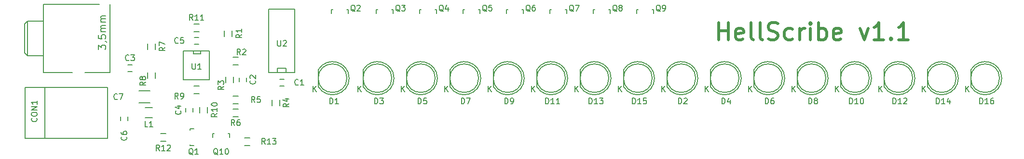
<source format=gbr>
G04 #@! TF.FileFunction,Legend,Top*
%FSLAX46Y46*%
G04 Gerber Fmt 4.6, Leading zero omitted, Abs format (unit mm)*
G04 Created by KiCad (PCBNEW 4.0.2-stable) date Sunday, September 18, 2016 'AMt' 08:39:15 AM*
%MOMM*%
G01*
G04 APERTURE LIST*
%ADD10C,0.100000*%
%ADD11C,0.500000*%
%ADD12C,0.150000*%
%ADD13C,0.152400*%
%ADD14C,0.127000*%
G04 APERTURE END LIST*
D10*
D11*
X155132571Y-105497143D02*
X155132571Y-102497143D01*
X155132571Y-103925714D02*
X156846856Y-103925714D01*
X156846856Y-105497143D02*
X156846856Y-102497143D01*
X159418285Y-105354286D02*
X159132571Y-105497143D01*
X158561142Y-105497143D01*
X158275428Y-105354286D01*
X158132571Y-105068571D01*
X158132571Y-103925714D01*
X158275428Y-103640000D01*
X158561142Y-103497143D01*
X159132571Y-103497143D01*
X159418285Y-103640000D01*
X159561142Y-103925714D01*
X159561142Y-104211429D01*
X158132571Y-104497143D01*
X161275428Y-105497143D02*
X160989714Y-105354286D01*
X160846857Y-105068571D01*
X160846857Y-102497143D01*
X162846857Y-105497143D02*
X162561143Y-105354286D01*
X162418286Y-105068571D01*
X162418286Y-102497143D01*
X163846858Y-105354286D02*
X164275429Y-105497143D01*
X164989715Y-105497143D01*
X165275429Y-105354286D01*
X165418286Y-105211429D01*
X165561143Y-104925714D01*
X165561143Y-104640000D01*
X165418286Y-104354286D01*
X165275429Y-104211429D01*
X164989715Y-104068571D01*
X164418286Y-103925714D01*
X164132572Y-103782857D01*
X163989715Y-103640000D01*
X163846858Y-103354286D01*
X163846858Y-103068571D01*
X163989715Y-102782857D01*
X164132572Y-102640000D01*
X164418286Y-102497143D01*
X165132572Y-102497143D01*
X165561143Y-102640000D01*
X168132572Y-105354286D02*
X167846858Y-105497143D01*
X167275429Y-105497143D01*
X166989715Y-105354286D01*
X166846858Y-105211429D01*
X166704001Y-104925714D01*
X166704001Y-104068571D01*
X166846858Y-103782857D01*
X166989715Y-103640000D01*
X167275429Y-103497143D01*
X167846858Y-103497143D01*
X168132572Y-103640000D01*
X169418287Y-105497143D02*
X169418287Y-103497143D01*
X169418287Y-104068571D02*
X169561144Y-103782857D01*
X169704001Y-103640000D01*
X169989715Y-103497143D01*
X170275430Y-103497143D01*
X171275430Y-105497143D02*
X171275430Y-103497143D01*
X171275430Y-102497143D02*
X171132573Y-102640000D01*
X171275430Y-102782857D01*
X171418287Y-102640000D01*
X171275430Y-102497143D01*
X171275430Y-102782857D01*
X172704001Y-105497143D02*
X172704001Y-102497143D01*
X172704001Y-103640000D02*
X172989715Y-103497143D01*
X173561144Y-103497143D01*
X173846858Y-103640000D01*
X173989715Y-103782857D01*
X174132572Y-104068571D01*
X174132572Y-104925714D01*
X173989715Y-105211429D01*
X173846858Y-105354286D01*
X173561144Y-105497143D01*
X172989715Y-105497143D01*
X172704001Y-105354286D01*
X176561144Y-105354286D02*
X176275430Y-105497143D01*
X175704001Y-105497143D01*
X175418287Y-105354286D01*
X175275430Y-105068571D01*
X175275430Y-103925714D01*
X175418287Y-103640000D01*
X175704001Y-103497143D01*
X176275430Y-103497143D01*
X176561144Y-103640000D01*
X176704001Y-103925714D01*
X176704001Y-104211429D01*
X175275430Y-104497143D01*
X179989715Y-103497143D02*
X180704001Y-105497143D01*
X181418287Y-103497143D01*
X184132572Y-105497143D02*
X182418287Y-105497143D01*
X183275429Y-105497143D02*
X183275429Y-102497143D01*
X182989715Y-102925714D01*
X182704001Y-103211429D01*
X182418287Y-103354286D01*
X185418287Y-105211429D02*
X185561144Y-105354286D01*
X185418287Y-105497143D01*
X185275430Y-105354286D01*
X185418287Y-105211429D01*
X185418287Y-105497143D01*
X188418286Y-105497143D02*
X186704001Y-105497143D01*
X187561143Y-105497143D02*
X187561143Y-102497143D01*
X187275429Y-102925714D01*
X186989715Y-103211429D01*
X186704001Y-103354286D01*
D12*
X78136000Y-112430000D02*
X78836000Y-112430000D01*
X78836000Y-113630000D02*
X78136000Y-113630000D01*
X71028000Y-112872000D02*
X71028000Y-112172000D01*
X72228000Y-112172000D02*
X72228000Y-112872000D01*
X52166000Y-111090000D02*
X51466000Y-111090000D01*
X51466000Y-109890000D02*
X52166000Y-109890000D01*
X61630000Y-118206000D02*
X61630000Y-117506000D01*
X62830000Y-117506000D02*
X62830000Y-118206000D01*
X63150000Y-105064000D02*
X63850000Y-105064000D01*
X63850000Y-106264000D02*
X63150000Y-106264000D01*
X50200000Y-119730000D02*
X50200000Y-119030000D01*
X51400000Y-119030000D02*
X51400000Y-119730000D01*
X36893500Y-113863120D02*
X36893500Y-122864880D01*
X33393380Y-113863120D02*
X33393380Y-122864880D01*
X33393380Y-122864880D02*
X47894240Y-122864880D01*
X47894240Y-122864880D02*
X47894240Y-113863120D01*
X47894240Y-113863120D02*
X33393380Y-113863120D01*
X84891112Y-113792904D02*
G75*
G03X84876000Y-110768000I2484888J1524904D01*
G01*
X84876000Y-113768000D02*
X84876000Y-110768000D01*
X89893936Y-112268000D02*
G75*
G03X89893936Y-112268000I-2517936J0D01*
G01*
X146105112Y-113792904D02*
G75*
G03X146090000Y-110768000I2484888J1524904D01*
G01*
X146090000Y-113768000D02*
X146090000Y-110768000D01*
X151107936Y-112268000D02*
G75*
G03X151107936Y-112268000I-2517936J0D01*
G01*
X92765112Y-113792904D02*
G75*
G03X92750000Y-110768000I2484888J1524904D01*
G01*
X92750000Y-113768000D02*
X92750000Y-110768000D01*
X97767936Y-112268000D02*
G75*
G03X97767936Y-112268000I-2517936J0D01*
G01*
X153725112Y-113792904D02*
G75*
G03X153710000Y-110768000I2484888J1524904D01*
G01*
X153710000Y-113768000D02*
X153710000Y-110768000D01*
X158727936Y-112268000D02*
G75*
G03X158727936Y-112268000I-2517936J0D01*
G01*
X100385112Y-113792904D02*
G75*
G03X100370000Y-110768000I2484888J1524904D01*
G01*
X100370000Y-113768000D02*
X100370000Y-110768000D01*
X105387936Y-112268000D02*
G75*
G03X105387936Y-112268000I-2517936J0D01*
G01*
X161345112Y-113792904D02*
G75*
G03X161330000Y-110768000I2484888J1524904D01*
G01*
X161330000Y-113768000D02*
X161330000Y-110768000D01*
X166347936Y-112268000D02*
G75*
G03X166347936Y-112268000I-2517936J0D01*
G01*
X108005112Y-113792904D02*
G75*
G03X107990000Y-110768000I2484888J1524904D01*
G01*
X107990000Y-113768000D02*
X107990000Y-110768000D01*
X113007936Y-112268000D02*
G75*
G03X113007936Y-112268000I-2517936J0D01*
G01*
X168965112Y-113792904D02*
G75*
G03X168950000Y-110768000I2484888J1524904D01*
G01*
X168950000Y-113768000D02*
X168950000Y-110768000D01*
X173967936Y-112268000D02*
G75*
G03X173967936Y-112268000I-2517936J0D01*
G01*
X115625112Y-113792904D02*
G75*
G03X115610000Y-110768000I2484888J1524904D01*
G01*
X115610000Y-113768000D02*
X115610000Y-110768000D01*
X120627936Y-112268000D02*
G75*
G03X120627936Y-112268000I-2517936J0D01*
G01*
X176585112Y-113792904D02*
G75*
G03X176570000Y-110768000I2484888J1524904D01*
G01*
X176570000Y-113768000D02*
X176570000Y-110768000D01*
X181587936Y-112268000D02*
G75*
G03X181587936Y-112268000I-2517936J0D01*
G01*
X123245112Y-113792904D02*
G75*
G03X123230000Y-110768000I2484888J1524904D01*
G01*
X123230000Y-113768000D02*
X123230000Y-110768000D01*
X128247936Y-112268000D02*
G75*
G03X128247936Y-112268000I-2517936J0D01*
G01*
X184205112Y-113792904D02*
G75*
G03X184190000Y-110768000I2484888J1524904D01*
G01*
X184190000Y-113768000D02*
X184190000Y-110768000D01*
X189207936Y-112268000D02*
G75*
G03X189207936Y-112268000I-2517936J0D01*
G01*
X130865112Y-113792904D02*
G75*
G03X130850000Y-110768000I2484888J1524904D01*
G01*
X130850000Y-113768000D02*
X130850000Y-110768000D01*
X135867936Y-112268000D02*
G75*
G03X135867936Y-112268000I-2517936J0D01*
G01*
X191825112Y-113792904D02*
G75*
G03X191810000Y-110768000I2484888J1524904D01*
G01*
X191810000Y-113768000D02*
X191810000Y-110768000D01*
X196827936Y-112268000D02*
G75*
G03X196827936Y-112268000I-2517936J0D01*
G01*
X138485112Y-113792904D02*
G75*
G03X138470000Y-110768000I2484888J1524904D01*
G01*
X138470000Y-113768000D02*
X138470000Y-110768000D01*
X143487936Y-112268000D02*
G75*
G03X143487936Y-112268000I-2517936J0D01*
G01*
X199445112Y-113792904D02*
G75*
G03X199430000Y-110768000I2484888J1524904D01*
G01*
X199430000Y-113768000D02*
X199430000Y-110768000D01*
X204447936Y-112268000D02*
G75*
G03X204447936Y-112268000I-2517936J0D01*
G01*
D13*
X36619180Y-111297720D02*
X36619180Y-108303060D01*
X48341280Y-99214940D02*
X48341280Y-111297720D01*
X36619180Y-102209600D02*
X33870900Y-102209600D01*
X33870900Y-108303060D02*
X36619180Y-108303060D01*
X36619180Y-108303060D02*
X36619180Y-102209600D01*
X36619180Y-102209600D02*
X36619180Y-99214940D01*
X33870900Y-102209600D02*
X33362900Y-102717600D01*
X33870900Y-108303060D02*
X33362900Y-107795060D01*
X33362900Y-107795060D02*
X33362900Y-102717600D01*
X33870900Y-108303060D02*
X33870900Y-102209600D01*
X36619180Y-111297720D02*
X41734740Y-111297720D01*
X43893740Y-111297720D02*
X48341280Y-111297720D01*
X48341280Y-99214940D02*
X48338740Y-99214940D01*
X46433740Y-99214940D02*
X36619180Y-99214940D01*
D12*
X89945160Y-100187760D02*
X89896900Y-100187760D01*
X87146180Y-100888800D02*
X87146180Y-100187760D01*
X87146180Y-100187760D02*
X87395100Y-100187760D01*
X89945160Y-100187760D02*
X90145820Y-100187760D01*
X90145820Y-100187760D02*
X90145820Y-100888800D01*
X97819160Y-100187760D02*
X97770900Y-100187760D01*
X95020180Y-100888800D02*
X95020180Y-100187760D01*
X95020180Y-100187760D02*
X95269100Y-100187760D01*
X97819160Y-100187760D02*
X98019820Y-100187760D01*
X98019820Y-100187760D02*
X98019820Y-100888800D01*
X105439160Y-100187760D02*
X105390900Y-100187760D01*
X102640180Y-100888800D02*
X102640180Y-100187760D01*
X102640180Y-100187760D02*
X102889100Y-100187760D01*
X105439160Y-100187760D02*
X105639820Y-100187760D01*
X105639820Y-100187760D02*
X105639820Y-100888800D01*
X113059160Y-100187760D02*
X113010900Y-100187760D01*
X110260180Y-100888800D02*
X110260180Y-100187760D01*
X110260180Y-100187760D02*
X110509100Y-100187760D01*
X113059160Y-100187760D02*
X113259820Y-100187760D01*
X113259820Y-100187760D02*
X113259820Y-100888800D01*
X120679160Y-100187760D02*
X120630900Y-100187760D01*
X117880180Y-100888800D02*
X117880180Y-100187760D01*
X117880180Y-100187760D02*
X118129100Y-100187760D01*
X120679160Y-100187760D02*
X120879820Y-100187760D01*
X120879820Y-100187760D02*
X120879820Y-100888800D01*
X128299160Y-100187760D02*
X128250900Y-100187760D01*
X125500180Y-100888800D02*
X125500180Y-100187760D01*
X125500180Y-100187760D02*
X125749100Y-100187760D01*
X128299160Y-100187760D02*
X128499820Y-100187760D01*
X128499820Y-100187760D02*
X128499820Y-100888800D01*
X135919160Y-100187760D02*
X135870900Y-100187760D01*
X133120180Y-100888800D02*
X133120180Y-100187760D01*
X133120180Y-100187760D02*
X133369100Y-100187760D01*
X135919160Y-100187760D02*
X136119820Y-100187760D01*
X136119820Y-100187760D02*
X136119820Y-100888800D01*
X143539160Y-100187760D02*
X143490900Y-100187760D01*
X140740180Y-100888800D02*
X140740180Y-100187760D01*
X140740180Y-100187760D02*
X140989100Y-100187760D01*
X143539160Y-100187760D02*
X143739820Y-100187760D01*
X143739820Y-100187760D02*
X143739820Y-100888800D01*
X68413000Y-104894000D02*
X68413000Y-103894000D01*
X69763000Y-103894000D02*
X69763000Y-104894000D01*
X70858000Y-109895000D02*
X69858000Y-109895000D01*
X69858000Y-108545000D02*
X70858000Y-108545000D01*
X70017000Y-112022000D02*
X70017000Y-113022000D01*
X68667000Y-113022000D02*
X68667000Y-112022000D01*
X78145000Y-116086000D02*
X78145000Y-117086000D01*
X76795000Y-117086000D02*
X76795000Y-116086000D01*
X69858000Y-115403000D02*
X70858000Y-115403000D01*
X70858000Y-116753000D02*
X69858000Y-116753000D01*
X70858000Y-119039000D02*
X69858000Y-119039000D01*
X69858000Y-117689000D02*
X70858000Y-117689000D01*
X54951000Y-107180000D02*
X54951000Y-106180000D01*
X56301000Y-106180000D02*
X56301000Y-107180000D01*
X54951000Y-112260000D02*
X54951000Y-111260000D01*
X56301000Y-111260000D02*
X56301000Y-112260000D01*
X63000000Y-113625000D02*
X64000000Y-113625000D01*
X64000000Y-114975000D02*
X63000000Y-114975000D01*
X64095000Y-118356000D02*
X64095000Y-117356000D01*
X65445000Y-117356000D02*
X65445000Y-118356000D01*
X64000000Y-104053000D02*
X63000000Y-104053000D01*
X63000000Y-102703000D02*
X64000000Y-102703000D01*
X57158000Y-122007000D02*
X58158000Y-122007000D01*
X58158000Y-123357000D02*
X57158000Y-123357000D01*
X65786000Y-107442000D02*
X65786000Y-112522000D01*
X65786000Y-112522000D02*
X61214000Y-112522000D01*
X61214000Y-112522000D02*
X61214000Y-107442000D01*
X61214000Y-107442000D02*
X65786000Y-107442000D01*
X64262000Y-107442000D02*
X64262000Y-107950000D01*
X64262000Y-107950000D02*
X62992000Y-107950000D01*
X62992000Y-107950000D02*
X62992000Y-107442000D01*
X77724000Y-111252000D02*
X77724000Y-110490000D01*
X77724000Y-110490000D02*
X79248000Y-110490000D01*
X79248000Y-110490000D02*
X79248000Y-111252000D01*
X76200000Y-100076000D02*
X80772000Y-100076000D01*
X80772000Y-100076000D02*
X80772000Y-111252000D01*
X80772000Y-111252000D02*
X76200000Y-111252000D01*
X76200000Y-111252000D02*
X76200000Y-100076000D01*
X69117160Y-122031760D02*
X69068900Y-122031760D01*
X66318180Y-122732800D02*
X66318180Y-122031760D01*
X66318180Y-122031760D02*
X66567100Y-122031760D01*
X69117160Y-122031760D02*
X69317820Y-122031760D01*
X69317820Y-122031760D02*
X69317820Y-122732800D01*
X72890000Y-124119000D02*
X71890000Y-124119000D01*
X71890000Y-122769000D02*
X72890000Y-122769000D01*
X62341760Y-121382840D02*
X62341760Y-121431100D01*
X63042800Y-124181820D02*
X62341760Y-124181820D01*
X62341760Y-124181820D02*
X62341760Y-123932900D01*
X62341760Y-121382840D02*
X62341760Y-121182180D01*
X62341760Y-121182180D02*
X63042800Y-121182180D01*
X55356000Y-116645000D02*
X53356000Y-116645000D01*
X53356000Y-114495000D02*
X55356000Y-114495000D01*
X54518000Y-117489000D02*
X55718000Y-117489000D01*
X55718000Y-119239000D02*
X54518000Y-119239000D01*
X81367334Y-113387143D02*
X81319715Y-113434762D01*
X81176858Y-113482381D01*
X81081620Y-113482381D01*
X80938762Y-113434762D01*
X80843524Y-113339524D01*
X80795905Y-113244286D01*
X80748286Y-113053810D01*
X80748286Y-112910952D01*
X80795905Y-112720476D01*
X80843524Y-112625238D01*
X80938762Y-112530000D01*
X81081620Y-112482381D01*
X81176858Y-112482381D01*
X81319715Y-112530000D01*
X81367334Y-112577619D01*
X82319715Y-113482381D02*
X81748286Y-113482381D01*
X82034000Y-113482381D02*
X82034000Y-112482381D01*
X81938762Y-112625238D01*
X81843524Y-112720476D01*
X81748286Y-112768095D01*
X73763143Y-112688666D02*
X73810762Y-112736285D01*
X73858381Y-112879142D01*
X73858381Y-112974380D01*
X73810762Y-113117238D01*
X73715524Y-113212476D01*
X73620286Y-113260095D01*
X73429810Y-113307714D01*
X73286952Y-113307714D01*
X73096476Y-113260095D01*
X73001238Y-113212476D01*
X72906000Y-113117238D01*
X72858381Y-112974380D01*
X72858381Y-112879142D01*
X72906000Y-112736285D01*
X72953619Y-112688666D01*
X72953619Y-112307714D02*
X72906000Y-112260095D01*
X72858381Y-112164857D01*
X72858381Y-111926761D01*
X72906000Y-111831523D01*
X72953619Y-111783904D01*
X73048857Y-111736285D01*
X73144095Y-111736285D01*
X73286952Y-111783904D01*
X73858381Y-112355333D01*
X73858381Y-111736285D01*
X51649334Y-109069143D02*
X51601715Y-109116762D01*
X51458858Y-109164381D01*
X51363620Y-109164381D01*
X51220762Y-109116762D01*
X51125524Y-109021524D01*
X51077905Y-108926286D01*
X51030286Y-108735810D01*
X51030286Y-108592952D01*
X51077905Y-108402476D01*
X51125524Y-108307238D01*
X51220762Y-108212000D01*
X51363620Y-108164381D01*
X51458858Y-108164381D01*
X51601715Y-108212000D01*
X51649334Y-108259619D01*
X51982667Y-108164381D02*
X52601715Y-108164381D01*
X52268381Y-108545333D01*
X52411239Y-108545333D01*
X52506477Y-108592952D01*
X52554096Y-108640571D01*
X52601715Y-108735810D01*
X52601715Y-108973905D01*
X52554096Y-109069143D01*
X52506477Y-109116762D01*
X52411239Y-109164381D01*
X52125524Y-109164381D01*
X52030286Y-109116762D01*
X51982667Y-109069143D01*
X60687143Y-118022666D02*
X60734762Y-118070285D01*
X60782381Y-118213142D01*
X60782381Y-118308380D01*
X60734762Y-118451238D01*
X60639524Y-118546476D01*
X60544286Y-118594095D01*
X60353810Y-118641714D01*
X60210952Y-118641714D01*
X60020476Y-118594095D01*
X59925238Y-118546476D01*
X59830000Y-118451238D01*
X59782381Y-118308380D01*
X59782381Y-118213142D01*
X59830000Y-118070285D01*
X59877619Y-118022666D01*
X60115714Y-117165523D02*
X60782381Y-117165523D01*
X59734762Y-117403619D02*
X60449048Y-117641714D01*
X60449048Y-117022666D01*
X60285334Y-106021143D02*
X60237715Y-106068762D01*
X60094858Y-106116381D01*
X59999620Y-106116381D01*
X59856762Y-106068762D01*
X59761524Y-105973524D01*
X59713905Y-105878286D01*
X59666286Y-105687810D01*
X59666286Y-105544952D01*
X59713905Y-105354476D01*
X59761524Y-105259238D01*
X59856762Y-105164000D01*
X59999620Y-105116381D01*
X60094858Y-105116381D01*
X60237715Y-105164000D01*
X60285334Y-105211619D01*
X61190096Y-105116381D02*
X60713905Y-105116381D01*
X60666286Y-105592571D01*
X60713905Y-105544952D01*
X60809143Y-105497333D01*
X61047239Y-105497333D01*
X61142477Y-105544952D01*
X61190096Y-105592571D01*
X61237715Y-105687810D01*
X61237715Y-105925905D01*
X61190096Y-106021143D01*
X61142477Y-106068762D01*
X61047239Y-106116381D01*
X60809143Y-106116381D01*
X60713905Y-106068762D01*
X60666286Y-106021143D01*
X51157143Y-122594666D02*
X51204762Y-122642285D01*
X51252381Y-122785142D01*
X51252381Y-122880380D01*
X51204762Y-123023238D01*
X51109524Y-123118476D01*
X51014286Y-123166095D01*
X50823810Y-123213714D01*
X50680952Y-123213714D01*
X50490476Y-123166095D01*
X50395238Y-123118476D01*
X50300000Y-123023238D01*
X50252381Y-122880380D01*
X50252381Y-122785142D01*
X50300000Y-122642285D01*
X50347619Y-122594666D01*
X50252381Y-121737523D02*
X50252381Y-121928000D01*
X50300000Y-122023238D01*
X50347619Y-122070857D01*
X50490476Y-122166095D01*
X50680952Y-122213714D01*
X51061905Y-122213714D01*
X51157143Y-122166095D01*
X51204762Y-122118476D01*
X51252381Y-122023238D01*
X51252381Y-121832761D01*
X51204762Y-121737523D01*
X51157143Y-121689904D01*
X51061905Y-121642285D01*
X50823810Y-121642285D01*
X50728571Y-121689904D01*
X50680952Y-121737523D01*
X50633333Y-121832761D01*
X50633333Y-122023238D01*
X50680952Y-122118476D01*
X50728571Y-122166095D01*
X50823810Y-122213714D01*
X35409143Y-119324285D02*
X35456762Y-119371904D01*
X35504381Y-119514761D01*
X35504381Y-119609999D01*
X35456762Y-119752857D01*
X35361524Y-119848095D01*
X35266286Y-119895714D01*
X35075810Y-119943333D01*
X34932952Y-119943333D01*
X34742476Y-119895714D01*
X34647238Y-119848095D01*
X34552000Y-119752857D01*
X34504381Y-119609999D01*
X34504381Y-119514761D01*
X34552000Y-119371904D01*
X34599619Y-119324285D01*
X34504381Y-118705238D02*
X34504381Y-118514761D01*
X34552000Y-118419523D01*
X34647238Y-118324285D01*
X34837714Y-118276666D01*
X35171048Y-118276666D01*
X35361524Y-118324285D01*
X35456762Y-118419523D01*
X35504381Y-118514761D01*
X35504381Y-118705238D01*
X35456762Y-118800476D01*
X35361524Y-118895714D01*
X35171048Y-118943333D01*
X34837714Y-118943333D01*
X34647238Y-118895714D01*
X34552000Y-118800476D01*
X34504381Y-118705238D01*
X35504381Y-117848095D02*
X34504381Y-117848095D01*
X35504381Y-117276666D01*
X34504381Y-117276666D01*
X35504381Y-116276666D02*
X35504381Y-116848095D01*
X35504381Y-116562381D02*
X34504381Y-116562381D01*
X34647238Y-116657619D01*
X34742476Y-116752857D01*
X34790095Y-116848095D01*
X86891905Y-116784381D02*
X86891905Y-115784381D01*
X87130000Y-115784381D01*
X87272858Y-115832000D01*
X87368096Y-115927238D01*
X87415715Y-116022476D01*
X87463334Y-116212952D01*
X87463334Y-116355810D01*
X87415715Y-116546286D01*
X87368096Y-116641524D01*
X87272858Y-116736762D01*
X87130000Y-116784381D01*
X86891905Y-116784381D01*
X88415715Y-116784381D02*
X87844286Y-116784381D01*
X88130000Y-116784381D02*
X88130000Y-115784381D01*
X88034762Y-115927238D01*
X87939524Y-116022476D01*
X87844286Y-116070095D01*
X83939095Y-114625381D02*
X83939095Y-113625381D01*
X84510524Y-114625381D02*
X84081952Y-114053952D01*
X84510524Y-113625381D02*
X83939095Y-114196810D01*
X148105905Y-116784381D02*
X148105905Y-115784381D01*
X148344000Y-115784381D01*
X148486858Y-115832000D01*
X148582096Y-115927238D01*
X148629715Y-116022476D01*
X148677334Y-116212952D01*
X148677334Y-116355810D01*
X148629715Y-116546286D01*
X148582096Y-116641524D01*
X148486858Y-116736762D01*
X148344000Y-116784381D01*
X148105905Y-116784381D01*
X149058286Y-115879619D02*
X149105905Y-115832000D01*
X149201143Y-115784381D01*
X149439239Y-115784381D01*
X149534477Y-115832000D01*
X149582096Y-115879619D01*
X149629715Y-115974857D01*
X149629715Y-116070095D01*
X149582096Y-116212952D01*
X149010667Y-116784381D01*
X149629715Y-116784381D01*
X145153095Y-114625381D02*
X145153095Y-113625381D01*
X145724524Y-114625381D02*
X145295952Y-114053952D01*
X145724524Y-113625381D02*
X145153095Y-114196810D01*
X94765905Y-116784381D02*
X94765905Y-115784381D01*
X95004000Y-115784381D01*
X95146858Y-115832000D01*
X95242096Y-115927238D01*
X95289715Y-116022476D01*
X95337334Y-116212952D01*
X95337334Y-116355810D01*
X95289715Y-116546286D01*
X95242096Y-116641524D01*
X95146858Y-116736762D01*
X95004000Y-116784381D01*
X94765905Y-116784381D01*
X95670667Y-115784381D02*
X96289715Y-115784381D01*
X95956381Y-116165333D01*
X96099239Y-116165333D01*
X96194477Y-116212952D01*
X96242096Y-116260571D01*
X96289715Y-116355810D01*
X96289715Y-116593905D01*
X96242096Y-116689143D01*
X96194477Y-116736762D01*
X96099239Y-116784381D01*
X95813524Y-116784381D01*
X95718286Y-116736762D01*
X95670667Y-116689143D01*
X91813095Y-114625381D02*
X91813095Y-113625381D01*
X92384524Y-114625381D02*
X91955952Y-114053952D01*
X92384524Y-113625381D02*
X91813095Y-114196810D01*
X155725905Y-116784381D02*
X155725905Y-115784381D01*
X155964000Y-115784381D01*
X156106858Y-115832000D01*
X156202096Y-115927238D01*
X156249715Y-116022476D01*
X156297334Y-116212952D01*
X156297334Y-116355810D01*
X156249715Y-116546286D01*
X156202096Y-116641524D01*
X156106858Y-116736762D01*
X155964000Y-116784381D01*
X155725905Y-116784381D01*
X157154477Y-116117714D02*
X157154477Y-116784381D01*
X156916381Y-115736762D02*
X156678286Y-116451048D01*
X157297334Y-116451048D01*
X152773095Y-114625381D02*
X152773095Y-113625381D01*
X153344524Y-114625381D02*
X152915952Y-114053952D01*
X153344524Y-113625381D02*
X152773095Y-114196810D01*
X102385905Y-116784381D02*
X102385905Y-115784381D01*
X102624000Y-115784381D01*
X102766858Y-115832000D01*
X102862096Y-115927238D01*
X102909715Y-116022476D01*
X102957334Y-116212952D01*
X102957334Y-116355810D01*
X102909715Y-116546286D01*
X102862096Y-116641524D01*
X102766858Y-116736762D01*
X102624000Y-116784381D01*
X102385905Y-116784381D01*
X103862096Y-115784381D02*
X103385905Y-115784381D01*
X103338286Y-116260571D01*
X103385905Y-116212952D01*
X103481143Y-116165333D01*
X103719239Y-116165333D01*
X103814477Y-116212952D01*
X103862096Y-116260571D01*
X103909715Y-116355810D01*
X103909715Y-116593905D01*
X103862096Y-116689143D01*
X103814477Y-116736762D01*
X103719239Y-116784381D01*
X103481143Y-116784381D01*
X103385905Y-116736762D01*
X103338286Y-116689143D01*
X99433095Y-114625381D02*
X99433095Y-113625381D01*
X100004524Y-114625381D02*
X99575952Y-114053952D01*
X100004524Y-113625381D02*
X99433095Y-114196810D01*
X163345905Y-116784381D02*
X163345905Y-115784381D01*
X163584000Y-115784381D01*
X163726858Y-115832000D01*
X163822096Y-115927238D01*
X163869715Y-116022476D01*
X163917334Y-116212952D01*
X163917334Y-116355810D01*
X163869715Y-116546286D01*
X163822096Y-116641524D01*
X163726858Y-116736762D01*
X163584000Y-116784381D01*
X163345905Y-116784381D01*
X164774477Y-115784381D02*
X164584000Y-115784381D01*
X164488762Y-115832000D01*
X164441143Y-115879619D01*
X164345905Y-116022476D01*
X164298286Y-116212952D01*
X164298286Y-116593905D01*
X164345905Y-116689143D01*
X164393524Y-116736762D01*
X164488762Y-116784381D01*
X164679239Y-116784381D01*
X164774477Y-116736762D01*
X164822096Y-116689143D01*
X164869715Y-116593905D01*
X164869715Y-116355810D01*
X164822096Y-116260571D01*
X164774477Y-116212952D01*
X164679239Y-116165333D01*
X164488762Y-116165333D01*
X164393524Y-116212952D01*
X164345905Y-116260571D01*
X164298286Y-116355810D01*
X160393095Y-114625381D02*
X160393095Y-113625381D01*
X160964524Y-114625381D02*
X160535952Y-114053952D01*
X160964524Y-113625381D02*
X160393095Y-114196810D01*
X110005905Y-116784381D02*
X110005905Y-115784381D01*
X110244000Y-115784381D01*
X110386858Y-115832000D01*
X110482096Y-115927238D01*
X110529715Y-116022476D01*
X110577334Y-116212952D01*
X110577334Y-116355810D01*
X110529715Y-116546286D01*
X110482096Y-116641524D01*
X110386858Y-116736762D01*
X110244000Y-116784381D01*
X110005905Y-116784381D01*
X110910667Y-115784381D02*
X111577334Y-115784381D01*
X111148762Y-116784381D01*
X107053095Y-114625381D02*
X107053095Y-113625381D01*
X107624524Y-114625381D02*
X107195952Y-114053952D01*
X107624524Y-113625381D02*
X107053095Y-114196810D01*
X170965905Y-116784381D02*
X170965905Y-115784381D01*
X171204000Y-115784381D01*
X171346858Y-115832000D01*
X171442096Y-115927238D01*
X171489715Y-116022476D01*
X171537334Y-116212952D01*
X171537334Y-116355810D01*
X171489715Y-116546286D01*
X171442096Y-116641524D01*
X171346858Y-116736762D01*
X171204000Y-116784381D01*
X170965905Y-116784381D01*
X172108762Y-116212952D02*
X172013524Y-116165333D01*
X171965905Y-116117714D01*
X171918286Y-116022476D01*
X171918286Y-115974857D01*
X171965905Y-115879619D01*
X172013524Y-115832000D01*
X172108762Y-115784381D01*
X172299239Y-115784381D01*
X172394477Y-115832000D01*
X172442096Y-115879619D01*
X172489715Y-115974857D01*
X172489715Y-116022476D01*
X172442096Y-116117714D01*
X172394477Y-116165333D01*
X172299239Y-116212952D01*
X172108762Y-116212952D01*
X172013524Y-116260571D01*
X171965905Y-116308190D01*
X171918286Y-116403429D01*
X171918286Y-116593905D01*
X171965905Y-116689143D01*
X172013524Y-116736762D01*
X172108762Y-116784381D01*
X172299239Y-116784381D01*
X172394477Y-116736762D01*
X172442096Y-116689143D01*
X172489715Y-116593905D01*
X172489715Y-116403429D01*
X172442096Y-116308190D01*
X172394477Y-116260571D01*
X172299239Y-116212952D01*
X168013095Y-114625381D02*
X168013095Y-113625381D01*
X168584524Y-114625381D02*
X168155952Y-114053952D01*
X168584524Y-113625381D02*
X168013095Y-114196810D01*
X117625905Y-116784381D02*
X117625905Y-115784381D01*
X117864000Y-115784381D01*
X118006858Y-115832000D01*
X118102096Y-115927238D01*
X118149715Y-116022476D01*
X118197334Y-116212952D01*
X118197334Y-116355810D01*
X118149715Y-116546286D01*
X118102096Y-116641524D01*
X118006858Y-116736762D01*
X117864000Y-116784381D01*
X117625905Y-116784381D01*
X118673524Y-116784381D02*
X118864000Y-116784381D01*
X118959239Y-116736762D01*
X119006858Y-116689143D01*
X119102096Y-116546286D01*
X119149715Y-116355810D01*
X119149715Y-115974857D01*
X119102096Y-115879619D01*
X119054477Y-115832000D01*
X118959239Y-115784381D01*
X118768762Y-115784381D01*
X118673524Y-115832000D01*
X118625905Y-115879619D01*
X118578286Y-115974857D01*
X118578286Y-116212952D01*
X118625905Y-116308190D01*
X118673524Y-116355810D01*
X118768762Y-116403429D01*
X118959239Y-116403429D01*
X119054477Y-116355810D01*
X119102096Y-116308190D01*
X119149715Y-116212952D01*
X114673095Y-114625381D02*
X114673095Y-113625381D01*
X115244524Y-114625381D02*
X114815952Y-114053952D01*
X115244524Y-113625381D02*
X114673095Y-114196810D01*
X178109714Y-116784381D02*
X178109714Y-115784381D01*
X178347809Y-115784381D01*
X178490667Y-115832000D01*
X178585905Y-115927238D01*
X178633524Y-116022476D01*
X178681143Y-116212952D01*
X178681143Y-116355810D01*
X178633524Y-116546286D01*
X178585905Y-116641524D01*
X178490667Y-116736762D01*
X178347809Y-116784381D01*
X178109714Y-116784381D01*
X179633524Y-116784381D02*
X179062095Y-116784381D01*
X179347809Y-116784381D02*
X179347809Y-115784381D01*
X179252571Y-115927238D01*
X179157333Y-116022476D01*
X179062095Y-116070095D01*
X180252571Y-115784381D02*
X180347810Y-115784381D01*
X180443048Y-115832000D01*
X180490667Y-115879619D01*
X180538286Y-115974857D01*
X180585905Y-116165333D01*
X180585905Y-116403429D01*
X180538286Y-116593905D01*
X180490667Y-116689143D01*
X180443048Y-116736762D01*
X180347810Y-116784381D01*
X180252571Y-116784381D01*
X180157333Y-116736762D01*
X180109714Y-116689143D01*
X180062095Y-116593905D01*
X180014476Y-116403429D01*
X180014476Y-116165333D01*
X180062095Y-115974857D01*
X180109714Y-115879619D01*
X180157333Y-115832000D01*
X180252571Y-115784381D01*
X175633095Y-114625381D02*
X175633095Y-113625381D01*
X176204524Y-114625381D02*
X175775952Y-114053952D01*
X176204524Y-113625381D02*
X175633095Y-114196810D01*
X124769714Y-116784381D02*
X124769714Y-115784381D01*
X125007809Y-115784381D01*
X125150667Y-115832000D01*
X125245905Y-115927238D01*
X125293524Y-116022476D01*
X125341143Y-116212952D01*
X125341143Y-116355810D01*
X125293524Y-116546286D01*
X125245905Y-116641524D01*
X125150667Y-116736762D01*
X125007809Y-116784381D01*
X124769714Y-116784381D01*
X126293524Y-116784381D02*
X125722095Y-116784381D01*
X126007809Y-116784381D02*
X126007809Y-115784381D01*
X125912571Y-115927238D01*
X125817333Y-116022476D01*
X125722095Y-116070095D01*
X127245905Y-116784381D02*
X126674476Y-116784381D01*
X126960190Y-116784381D02*
X126960190Y-115784381D01*
X126864952Y-115927238D01*
X126769714Y-116022476D01*
X126674476Y-116070095D01*
X122293095Y-114625381D02*
X122293095Y-113625381D01*
X122864524Y-114625381D02*
X122435952Y-114053952D01*
X122864524Y-113625381D02*
X122293095Y-114196810D01*
X185729714Y-116784381D02*
X185729714Y-115784381D01*
X185967809Y-115784381D01*
X186110667Y-115832000D01*
X186205905Y-115927238D01*
X186253524Y-116022476D01*
X186301143Y-116212952D01*
X186301143Y-116355810D01*
X186253524Y-116546286D01*
X186205905Y-116641524D01*
X186110667Y-116736762D01*
X185967809Y-116784381D01*
X185729714Y-116784381D01*
X187253524Y-116784381D02*
X186682095Y-116784381D01*
X186967809Y-116784381D02*
X186967809Y-115784381D01*
X186872571Y-115927238D01*
X186777333Y-116022476D01*
X186682095Y-116070095D01*
X187634476Y-115879619D02*
X187682095Y-115832000D01*
X187777333Y-115784381D01*
X188015429Y-115784381D01*
X188110667Y-115832000D01*
X188158286Y-115879619D01*
X188205905Y-115974857D01*
X188205905Y-116070095D01*
X188158286Y-116212952D01*
X187586857Y-116784381D01*
X188205905Y-116784381D01*
X183253095Y-114625381D02*
X183253095Y-113625381D01*
X183824524Y-114625381D02*
X183395952Y-114053952D01*
X183824524Y-113625381D02*
X183253095Y-114196810D01*
X132389714Y-116784381D02*
X132389714Y-115784381D01*
X132627809Y-115784381D01*
X132770667Y-115832000D01*
X132865905Y-115927238D01*
X132913524Y-116022476D01*
X132961143Y-116212952D01*
X132961143Y-116355810D01*
X132913524Y-116546286D01*
X132865905Y-116641524D01*
X132770667Y-116736762D01*
X132627809Y-116784381D01*
X132389714Y-116784381D01*
X133913524Y-116784381D02*
X133342095Y-116784381D01*
X133627809Y-116784381D02*
X133627809Y-115784381D01*
X133532571Y-115927238D01*
X133437333Y-116022476D01*
X133342095Y-116070095D01*
X134246857Y-115784381D02*
X134865905Y-115784381D01*
X134532571Y-116165333D01*
X134675429Y-116165333D01*
X134770667Y-116212952D01*
X134818286Y-116260571D01*
X134865905Y-116355810D01*
X134865905Y-116593905D01*
X134818286Y-116689143D01*
X134770667Y-116736762D01*
X134675429Y-116784381D01*
X134389714Y-116784381D01*
X134294476Y-116736762D01*
X134246857Y-116689143D01*
X129913095Y-114625381D02*
X129913095Y-113625381D01*
X130484524Y-114625381D02*
X130055952Y-114053952D01*
X130484524Y-113625381D02*
X129913095Y-114196810D01*
X193349714Y-116784381D02*
X193349714Y-115784381D01*
X193587809Y-115784381D01*
X193730667Y-115832000D01*
X193825905Y-115927238D01*
X193873524Y-116022476D01*
X193921143Y-116212952D01*
X193921143Y-116355810D01*
X193873524Y-116546286D01*
X193825905Y-116641524D01*
X193730667Y-116736762D01*
X193587809Y-116784381D01*
X193349714Y-116784381D01*
X194873524Y-116784381D02*
X194302095Y-116784381D01*
X194587809Y-116784381D02*
X194587809Y-115784381D01*
X194492571Y-115927238D01*
X194397333Y-116022476D01*
X194302095Y-116070095D01*
X195730667Y-116117714D02*
X195730667Y-116784381D01*
X195492571Y-115736762D02*
X195254476Y-116451048D01*
X195873524Y-116451048D01*
X190873095Y-114625381D02*
X190873095Y-113625381D01*
X191444524Y-114625381D02*
X191015952Y-114053952D01*
X191444524Y-113625381D02*
X190873095Y-114196810D01*
X140009714Y-116784381D02*
X140009714Y-115784381D01*
X140247809Y-115784381D01*
X140390667Y-115832000D01*
X140485905Y-115927238D01*
X140533524Y-116022476D01*
X140581143Y-116212952D01*
X140581143Y-116355810D01*
X140533524Y-116546286D01*
X140485905Y-116641524D01*
X140390667Y-116736762D01*
X140247809Y-116784381D01*
X140009714Y-116784381D01*
X141533524Y-116784381D02*
X140962095Y-116784381D01*
X141247809Y-116784381D02*
X141247809Y-115784381D01*
X141152571Y-115927238D01*
X141057333Y-116022476D01*
X140962095Y-116070095D01*
X142438286Y-115784381D02*
X141962095Y-115784381D01*
X141914476Y-116260571D01*
X141962095Y-116212952D01*
X142057333Y-116165333D01*
X142295429Y-116165333D01*
X142390667Y-116212952D01*
X142438286Y-116260571D01*
X142485905Y-116355810D01*
X142485905Y-116593905D01*
X142438286Y-116689143D01*
X142390667Y-116736762D01*
X142295429Y-116784381D01*
X142057333Y-116784381D01*
X141962095Y-116736762D01*
X141914476Y-116689143D01*
X137533095Y-114625381D02*
X137533095Y-113625381D01*
X138104524Y-114625381D02*
X137675952Y-114053952D01*
X138104524Y-113625381D02*
X137533095Y-114196810D01*
X200969714Y-116784381D02*
X200969714Y-115784381D01*
X201207809Y-115784381D01*
X201350667Y-115832000D01*
X201445905Y-115927238D01*
X201493524Y-116022476D01*
X201541143Y-116212952D01*
X201541143Y-116355810D01*
X201493524Y-116546286D01*
X201445905Y-116641524D01*
X201350667Y-116736762D01*
X201207809Y-116784381D01*
X200969714Y-116784381D01*
X202493524Y-116784381D02*
X201922095Y-116784381D01*
X202207809Y-116784381D02*
X202207809Y-115784381D01*
X202112571Y-115927238D01*
X202017333Y-116022476D01*
X201922095Y-116070095D01*
X203350667Y-115784381D02*
X203160190Y-115784381D01*
X203064952Y-115832000D01*
X203017333Y-115879619D01*
X202922095Y-116022476D01*
X202874476Y-116212952D01*
X202874476Y-116593905D01*
X202922095Y-116689143D01*
X202969714Y-116736762D01*
X203064952Y-116784381D01*
X203255429Y-116784381D01*
X203350667Y-116736762D01*
X203398286Y-116689143D01*
X203445905Y-116593905D01*
X203445905Y-116355810D01*
X203398286Y-116260571D01*
X203350667Y-116212952D01*
X203255429Y-116165333D01*
X203064952Y-116165333D01*
X202969714Y-116212952D01*
X202922095Y-116260571D01*
X202874476Y-116355810D01*
X198493095Y-114625381D02*
X198493095Y-113625381D01*
X199064524Y-114625381D02*
X198635952Y-114053952D01*
X199064524Y-113625381D02*
X198493095Y-114196810D01*
D14*
X46289444Y-107199369D02*
X46289444Y-106413179D01*
X46773253Y-106836512D01*
X46773253Y-106655084D01*
X46833730Y-106534131D01*
X46894206Y-106473655D01*
X47015158Y-106413179D01*
X47317539Y-106413179D01*
X47438491Y-106473655D01*
X47498968Y-106534131D01*
X47559444Y-106655084D01*
X47559444Y-107017941D01*
X47498968Y-107138893D01*
X47438491Y-107199369D01*
X47498968Y-105808417D02*
X47559444Y-105808417D01*
X47680396Y-105868893D01*
X47740872Y-105929369D01*
X46289444Y-104659369D02*
X46289444Y-105264131D01*
X46894206Y-105324607D01*
X46833730Y-105264131D01*
X46773253Y-105143179D01*
X46773253Y-104840798D01*
X46833730Y-104719845D01*
X46894206Y-104659369D01*
X47015158Y-104598893D01*
X47317539Y-104598893D01*
X47438491Y-104659369D01*
X47498968Y-104719845D01*
X47559444Y-104840798D01*
X47559444Y-105143179D01*
X47498968Y-105264131D01*
X47438491Y-105324607D01*
X47559444Y-104054607D02*
X46712777Y-104054607D01*
X46833730Y-104054607D02*
X46773253Y-103994131D01*
X46712777Y-103873178D01*
X46712777Y-103691750D01*
X46773253Y-103570798D01*
X46894206Y-103510321D01*
X47559444Y-103510321D01*
X46894206Y-103510321D02*
X46773253Y-103449845D01*
X46712777Y-103328893D01*
X46712777Y-103147464D01*
X46773253Y-103026512D01*
X46894206Y-102966036D01*
X47559444Y-102966036D01*
X47559444Y-102361274D02*
X46712777Y-102361274D01*
X46833730Y-102361274D02*
X46773253Y-102300798D01*
X46712777Y-102179845D01*
X46712777Y-101998417D01*
X46773253Y-101877465D01*
X46894206Y-101816988D01*
X47559444Y-101816988D01*
X46894206Y-101816988D02*
X46773253Y-101756512D01*
X46712777Y-101635560D01*
X46712777Y-101454131D01*
X46773253Y-101333179D01*
X46894206Y-101272703D01*
X47559444Y-101272703D01*
D12*
X91344762Y-100496619D02*
X91249524Y-100449000D01*
X91154286Y-100353762D01*
X91011429Y-100210905D01*
X90916190Y-100163286D01*
X90820952Y-100163286D01*
X90868571Y-100401381D02*
X90773333Y-100353762D01*
X90678095Y-100258524D01*
X90630476Y-100068048D01*
X90630476Y-99734714D01*
X90678095Y-99544238D01*
X90773333Y-99449000D01*
X90868571Y-99401381D01*
X91059048Y-99401381D01*
X91154286Y-99449000D01*
X91249524Y-99544238D01*
X91297143Y-99734714D01*
X91297143Y-100068048D01*
X91249524Y-100258524D01*
X91154286Y-100353762D01*
X91059048Y-100401381D01*
X90868571Y-100401381D01*
X91678095Y-99496619D02*
X91725714Y-99449000D01*
X91820952Y-99401381D01*
X92059048Y-99401381D01*
X92154286Y-99449000D01*
X92201905Y-99496619D01*
X92249524Y-99591857D01*
X92249524Y-99687095D01*
X92201905Y-99829952D01*
X91630476Y-100401381D01*
X92249524Y-100401381D01*
X99218762Y-100496619D02*
X99123524Y-100449000D01*
X99028286Y-100353762D01*
X98885429Y-100210905D01*
X98790190Y-100163286D01*
X98694952Y-100163286D01*
X98742571Y-100401381D02*
X98647333Y-100353762D01*
X98552095Y-100258524D01*
X98504476Y-100068048D01*
X98504476Y-99734714D01*
X98552095Y-99544238D01*
X98647333Y-99449000D01*
X98742571Y-99401381D01*
X98933048Y-99401381D01*
X99028286Y-99449000D01*
X99123524Y-99544238D01*
X99171143Y-99734714D01*
X99171143Y-100068048D01*
X99123524Y-100258524D01*
X99028286Y-100353762D01*
X98933048Y-100401381D01*
X98742571Y-100401381D01*
X99504476Y-99401381D02*
X100123524Y-99401381D01*
X99790190Y-99782333D01*
X99933048Y-99782333D01*
X100028286Y-99829952D01*
X100075905Y-99877571D01*
X100123524Y-99972810D01*
X100123524Y-100210905D01*
X100075905Y-100306143D01*
X100028286Y-100353762D01*
X99933048Y-100401381D01*
X99647333Y-100401381D01*
X99552095Y-100353762D01*
X99504476Y-100306143D01*
X106838762Y-100496619D02*
X106743524Y-100449000D01*
X106648286Y-100353762D01*
X106505429Y-100210905D01*
X106410190Y-100163286D01*
X106314952Y-100163286D01*
X106362571Y-100401381D02*
X106267333Y-100353762D01*
X106172095Y-100258524D01*
X106124476Y-100068048D01*
X106124476Y-99734714D01*
X106172095Y-99544238D01*
X106267333Y-99449000D01*
X106362571Y-99401381D01*
X106553048Y-99401381D01*
X106648286Y-99449000D01*
X106743524Y-99544238D01*
X106791143Y-99734714D01*
X106791143Y-100068048D01*
X106743524Y-100258524D01*
X106648286Y-100353762D01*
X106553048Y-100401381D01*
X106362571Y-100401381D01*
X107648286Y-99734714D02*
X107648286Y-100401381D01*
X107410190Y-99353762D02*
X107172095Y-100068048D01*
X107791143Y-100068048D01*
X114458762Y-100496619D02*
X114363524Y-100449000D01*
X114268286Y-100353762D01*
X114125429Y-100210905D01*
X114030190Y-100163286D01*
X113934952Y-100163286D01*
X113982571Y-100401381D02*
X113887333Y-100353762D01*
X113792095Y-100258524D01*
X113744476Y-100068048D01*
X113744476Y-99734714D01*
X113792095Y-99544238D01*
X113887333Y-99449000D01*
X113982571Y-99401381D01*
X114173048Y-99401381D01*
X114268286Y-99449000D01*
X114363524Y-99544238D01*
X114411143Y-99734714D01*
X114411143Y-100068048D01*
X114363524Y-100258524D01*
X114268286Y-100353762D01*
X114173048Y-100401381D01*
X113982571Y-100401381D01*
X115315905Y-99401381D02*
X114839714Y-99401381D01*
X114792095Y-99877571D01*
X114839714Y-99829952D01*
X114934952Y-99782333D01*
X115173048Y-99782333D01*
X115268286Y-99829952D01*
X115315905Y-99877571D01*
X115363524Y-99972810D01*
X115363524Y-100210905D01*
X115315905Y-100306143D01*
X115268286Y-100353762D01*
X115173048Y-100401381D01*
X114934952Y-100401381D01*
X114839714Y-100353762D01*
X114792095Y-100306143D01*
X122078762Y-100496619D02*
X121983524Y-100449000D01*
X121888286Y-100353762D01*
X121745429Y-100210905D01*
X121650190Y-100163286D01*
X121554952Y-100163286D01*
X121602571Y-100401381D02*
X121507333Y-100353762D01*
X121412095Y-100258524D01*
X121364476Y-100068048D01*
X121364476Y-99734714D01*
X121412095Y-99544238D01*
X121507333Y-99449000D01*
X121602571Y-99401381D01*
X121793048Y-99401381D01*
X121888286Y-99449000D01*
X121983524Y-99544238D01*
X122031143Y-99734714D01*
X122031143Y-100068048D01*
X121983524Y-100258524D01*
X121888286Y-100353762D01*
X121793048Y-100401381D01*
X121602571Y-100401381D01*
X122888286Y-99401381D02*
X122697809Y-99401381D01*
X122602571Y-99449000D01*
X122554952Y-99496619D01*
X122459714Y-99639476D01*
X122412095Y-99829952D01*
X122412095Y-100210905D01*
X122459714Y-100306143D01*
X122507333Y-100353762D01*
X122602571Y-100401381D01*
X122793048Y-100401381D01*
X122888286Y-100353762D01*
X122935905Y-100306143D01*
X122983524Y-100210905D01*
X122983524Y-99972810D01*
X122935905Y-99877571D01*
X122888286Y-99829952D01*
X122793048Y-99782333D01*
X122602571Y-99782333D01*
X122507333Y-99829952D01*
X122459714Y-99877571D01*
X122412095Y-99972810D01*
X129698762Y-100496619D02*
X129603524Y-100449000D01*
X129508286Y-100353762D01*
X129365429Y-100210905D01*
X129270190Y-100163286D01*
X129174952Y-100163286D01*
X129222571Y-100401381D02*
X129127333Y-100353762D01*
X129032095Y-100258524D01*
X128984476Y-100068048D01*
X128984476Y-99734714D01*
X129032095Y-99544238D01*
X129127333Y-99449000D01*
X129222571Y-99401381D01*
X129413048Y-99401381D01*
X129508286Y-99449000D01*
X129603524Y-99544238D01*
X129651143Y-99734714D01*
X129651143Y-100068048D01*
X129603524Y-100258524D01*
X129508286Y-100353762D01*
X129413048Y-100401381D01*
X129222571Y-100401381D01*
X129984476Y-99401381D02*
X130651143Y-99401381D01*
X130222571Y-100401381D01*
X137318762Y-100496619D02*
X137223524Y-100449000D01*
X137128286Y-100353762D01*
X136985429Y-100210905D01*
X136890190Y-100163286D01*
X136794952Y-100163286D01*
X136842571Y-100401381D02*
X136747333Y-100353762D01*
X136652095Y-100258524D01*
X136604476Y-100068048D01*
X136604476Y-99734714D01*
X136652095Y-99544238D01*
X136747333Y-99449000D01*
X136842571Y-99401381D01*
X137033048Y-99401381D01*
X137128286Y-99449000D01*
X137223524Y-99544238D01*
X137271143Y-99734714D01*
X137271143Y-100068048D01*
X137223524Y-100258524D01*
X137128286Y-100353762D01*
X137033048Y-100401381D01*
X136842571Y-100401381D01*
X137842571Y-99829952D02*
X137747333Y-99782333D01*
X137699714Y-99734714D01*
X137652095Y-99639476D01*
X137652095Y-99591857D01*
X137699714Y-99496619D01*
X137747333Y-99449000D01*
X137842571Y-99401381D01*
X138033048Y-99401381D01*
X138128286Y-99449000D01*
X138175905Y-99496619D01*
X138223524Y-99591857D01*
X138223524Y-99639476D01*
X138175905Y-99734714D01*
X138128286Y-99782333D01*
X138033048Y-99829952D01*
X137842571Y-99829952D01*
X137747333Y-99877571D01*
X137699714Y-99925190D01*
X137652095Y-100020429D01*
X137652095Y-100210905D01*
X137699714Y-100306143D01*
X137747333Y-100353762D01*
X137842571Y-100401381D01*
X138033048Y-100401381D01*
X138128286Y-100353762D01*
X138175905Y-100306143D01*
X138223524Y-100210905D01*
X138223524Y-100020429D01*
X138175905Y-99925190D01*
X138128286Y-99877571D01*
X138033048Y-99829952D01*
X144938762Y-100496619D02*
X144843524Y-100449000D01*
X144748286Y-100353762D01*
X144605429Y-100210905D01*
X144510190Y-100163286D01*
X144414952Y-100163286D01*
X144462571Y-100401381D02*
X144367333Y-100353762D01*
X144272095Y-100258524D01*
X144224476Y-100068048D01*
X144224476Y-99734714D01*
X144272095Y-99544238D01*
X144367333Y-99449000D01*
X144462571Y-99401381D01*
X144653048Y-99401381D01*
X144748286Y-99449000D01*
X144843524Y-99544238D01*
X144891143Y-99734714D01*
X144891143Y-100068048D01*
X144843524Y-100258524D01*
X144748286Y-100353762D01*
X144653048Y-100401381D01*
X144462571Y-100401381D01*
X145367333Y-100401381D02*
X145557809Y-100401381D01*
X145653048Y-100353762D01*
X145700667Y-100306143D01*
X145795905Y-100163286D01*
X145843524Y-99972810D01*
X145843524Y-99591857D01*
X145795905Y-99496619D01*
X145748286Y-99449000D01*
X145653048Y-99401381D01*
X145462571Y-99401381D01*
X145367333Y-99449000D01*
X145319714Y-99496619D01*
X145272095Y-99591857D01*
X145272095Y-99829952D01*
X145319714Y-99925190D01*
X145367333Y-99972810D01*
X145462571Y-100020429D01*
X145653048Y-100020429D01*
X145748286Y-99972810D01*
X145795905Y-99925190D01*
X145843524Y-99829952D01*
X71440381Y-104560666D02*
X70964190Y-104894000D01*
X71440381Y-105132095D02*
X70440381Y-105132095D01*
X70440381Y-104751142D01*
X70488000Y-104655904D01*
X70535619Y-104608285D01*
X70630857Y-104560666D01*
X70773714Y-104560666D01*
X70868952Y-104608285D01*
X70916571Y-104655904D01*
X70964190Y-104751142D01*
X70964190Y-105132095D01*
X71440381Y-103608285D02*
X71440381Y-104179714D01*
X71440381Y-103894000D02*
X70440381Y-103894000D01*
X70583238Y-103989238D01*
X70678476Y-104084476D01*
X70726095Y-104179714D01*
X71207334Y-108148381D02*
X70874000Y-107672190D01*
X70635905Y-108148381D02*
X70635905Y-107148381D01*
X71016858Y-107148381D01*
X71112096Y-107196000D01*
X71159715Y-107243619D01*
X71207334Y-107338857D01*
X71207334Y-107481714D01*
X71159715Y-107576952D01*
X71112096Y-107624571D01*
X71016858Y-107672190D01*
X70635905Y-107672190D01*
X71588286Y-107243619D02*
X71635905Y-107196000D01*
X71731143Y-107148381D01*
X71969239Y-107148381D01*
X72064477Y-107196000D01*
X72112096Y-107243619D01*
X72159715Y-107338857D01*
X72159715Y-107434095D01*
X72112096Y-107576952D01*
X71540667Y-108148381D01*
X72159715Y-108148381D01*
X68270381Y-113704666D02*
X67794190Y-114038000D01*
X68270381Y-114276095D02*
X67270381Y-114276095D01*
X67270381Y-113895142D01*
X67318000Y-113799904D01*
X67365619Y-113752285D01*
X67460857Y-113704666D01*
X67603714Y-113704666D01*
X67698952Y-113752285D01*
X67746571Y-113799904D01*
X67794190Y-113895142D01*
X67794190Y-114276095D01*
X67270381Y-113371333D02*
X67270381Y-112752285D01*
X67651333Y-113085619D01*
X67651333Y-112942761D01*
X67698952Y-112847523D01*
X67746571Y-112799904D01*
X67841810Y-112752285D01*
X68079905Y-112752285D01*
X68175143Y-112799904D01*
X68222762Y-112847523D01*
X68270381Y-112942761D01*
X68270381Y-113228476D01*
X68222762Y-113323714D01*
X68175143Y-113371333D01*
X79700381Y-116752666D02*
X79224190Y-117086000D01*
X79700381Y-117324095D02*
X78700381Y-117324095D01*
X78700381Y-116943142D01*
X78748000Y-116847904D01*
X78795619Y-116800285D01*
X78890857Y-116752666D01*
X79033714Y-116752666D01*
X79128952Y-116800285D01*
X79176571Y-116847904D01*
X79224190Y-116943142D01*
X79224190Y-117324095D01*
X79033714Y-115895523D02*
X79700381Y-115895523D01*
X78652762Y-116133619D02*
X79367048Y-116371714D01*
X79367048Y-115752666D01*
X73747334Y-116530381D02*
X73414000Y-116054190D01*
X73175905Y-116530381D02*
X73175905Y-115530381D01*
X73556858Y-115530381D01*
X73652096Y-115578000D01*
X73699715Y-115625619D01*
X73747334Y-115720857D01*
X73747334Y-115863714D01*
X73699715Y-115958952D01*
X73652096Y-116006571D01*
X73556858Y-116054190D01*
X73175905Y-116054190D01*
X74652096Y-115530381D02*
X74175905Y-115530381D01*
X74128286Y-116006571D01*
X74175905Y-115958952D01*
X74271143Y-115911333D01*
X74509239Y-115911333D01*
X74604477Y-115958952D01*
X74652096Y-116006571D01*
X74699715Y-116101810D01*
X74699715Y-116339905D01*
X74652096Y-116435143D01*
X74604477Y-116482762D01*
X74509239Y-116530381D01*
X74271143Y-116530381D01*
X74175905Y-116482762D01*
X74128286Y-116435143D01*
X70191334Y-120594381D02*
X69858000Y-120118190D01*
X69619905Y-120594381D02*
X69619905Y-119594381D01*
X70000858Y-119594381D01*
X70096096Y-119642000D01*
X70143715Y-119689619D01*
X70191334Y-119784857D01*
X70191334Y-119927714D01*
X70143715Y-120022952D01*
X70096096Y-120070571D01*
X70000858Y-120118190D01*
X69619905Y-120118190D01*
X71048477Y-119594381D02*
X70858000Y-119594381D01*
X70762762Y-119642000D01*
X70715143Y-119689619D01*
X70619905Y-119832476D01*
X70572286Y-120022952D01*
X70572286Y-120403905D01*
X70619905Y-120499143D01*
X70667524Y-120546762D01*
X70762762Y-120594381D01*
X70953239Y-120594381D01*
X71048477Y-120546762D01*
X71096096Y-120499143D01*
X71143715Y-120403905D01*
X71143715Y-120165810D01*
X71096096Y-120070571D01*
X71048477Y-120022952D01*
X70953239Y-119975333D01*
X70762762Y-119975333D01*
X70667524Y-120022952D01*
X70619905Y-120070571D01*
X70572286Y-120165810D01*
X57978381Y-106846666D02*
X57502190Y-107180000D01*
X57978381Y-107418095D02*
X56978381Y-107418095D01*
X56978381Y-107037142D01*
X57026000Y-106941904D01*
X57073619Y-106894285D01*
X57168857Y-106846666D01*
X57311714Y-106846666D01*
X57406952Y-106894285D01*
X57454571Y-106941904D01*
X57502190Y-107037142D01*
X57502190Y-107418095D01*
X56978381Y-106513333D02*
X56978381Y-105846666D01*
X57978381Y-106275238D01*
X54554381Y-112942666D02*
X54078190Y-113276000D01*
X54554381Y-113514095D02*
X53554381Y-113514095D01*
X53554381Y-113133142D01*
X53602000Y-113037904D01*
X53649619Y-112990285D01*
X53744857Y-112942666D01*
X53887714Y-112942666D01*
X53982952Y-112990285D01*
X54030571Y-113037904D01*
X54078190Y-113133142D01*
X54078190Y-113514095D01*
X53982952Y-112371238D02*
X53935333Y-112466476D01*
X53887714Y-112514095D01*
X53792476Y-112561714D01*
X53744857Y-112561714D01*
X53649619Y-112514095D01*
X53602000Y-112466476D01*
X53554381Y-112371238D01*
X53554381Y-112180761D01*
X53602000Y-112085523D01*
X53649619Y-112037904D01*
X53744857Y-111990285D01*
X53792476Y-111990285D01*
X53887714Y-112037904D01*
X53935333Y-112085523D01*
X53982952Y-112180761D01*
X53982952Y-112371238D01*
X54030571Y-112466476D01*
X54078190Y-112514095D01*
X54173429Y-112561714D01*
X54363905Y-112561714D01*
X54459143Y-112514095D01*
X54506762Y-112466476D01*
X54554381Y-112371238D01*
X54554381Y-112180761D01*
X54506762Y-112085523D01*
X54459143Y-112037904D01*
X54363905Y-111990285D01*
X54173429Y-111990285D01*
X54078190Y-112037904D01*
X54030571Y-112085523D01*
X53982952Y-112180761D01*
X60285334Y-115895381D02*
X59952000Y-115419190D01*
X59713905Y-115895381D02*
X59713905Y-114895381D01*
X60094858Y-114895381D01*
X60190096Y-114943000D01*
X60237715Y-114990619D01*
X60285334Y-115085857D01*
X60285334Y-115228714D01*
X60237715Y-115323952D01*
X60190096Y-115371571D01*
X60094858Y-115419190D01*
X59713905Y-115419190D01*
X60761524Y-115895381D02*
X60952000Y-115895381D01*
X61047239Y-115847762D01*
X61094858Y-115800143D01*
X61190096Y-115657286D01*
X61237715Y-115466810D01*
X61237715Y-115085857D01*
X61190096Y-114990619D01*
X61142477Y-114943000D01*
X61047239Y-114895381D01*
X60856762Y-114895381D01*
X60761524Y-114943000D01*
X60713905Y-114990619D01*
X60666286Y-115085857D01*
X60666286Y-115323952D01*
X60713905Y-115419190D01*
X60761524Y-115466810D01*
X60856762Y-115514429D01*
X61047239Y-115514429D01*
X61142477Y-115466810D01*
X61190096Y-115419190D01*
X61237715Y-115323952D01*
X67122381Y-118498857D02*
X66646190Y-118832191D01*
X67122381Y-119070286D02*
X66122381Y-119070286D01*
X66122381Y-118689333D01*
X66170000Y-118594095D01*
X66217619Y-118546476D01*
X66312857Y-118498857D01*
X66455714Y-118498857D01*
X66550952Y-118546476D01*
X66598571Y-118594095D01*
X66646190Y-118689333D01*
X66646190Y-119070286D01*
X67122381Y-117546476D02*
X67122381Y-118117905D01*
X67122381Y-117832191D02*
X66122381Y-117832191D01*
X66265238Y-117927429D01*
X66360476Y-118022667D01*
X66408095Y-118117905D01*
X66122381Y-116927429D02*
X66122381Y-116832190D01*
X66170000Y-116736952D01*
X66217619Y-116689333D01*
X66312857Y-116641714D01*
X66503333Y-116594095D01*
X66741429Y-116594095D01*
X66931905Y-116641714D01*
X67027143Y-116689333D01*
X67074762Y-116736952D01*
X67122381Y-116832190D01*
X67122381Y-116927429D01*
X67074762Y-117022667D01*
X67027143Y-117070286D01*
X66931905Y-117117905D01*
X66741429Y-117165524D01*
X66503333Y-117165524D01*
X66312857Y-117117905D01*
X66217619Y-117070286D01*
X66170000Y-117022667D01*
X66122381Y-116927429D01*
X62857143Y-102052381D02*
X62523809Y-101576190D01*
X62285714Y-102052381D02*
X62285714Y-101052381D01*
X62666667Y-101052381D01*
X62761905Y-101100000D01*
X62809524Y-101147619D01*
X62857143Y-101242857D01*
X62857143Y-101385714D01*
X62809524Y-101480952D01*
X62761905Y-101528571D01*
X62666667Y-101576190D01*
X62285714Y-101576190D01*
X63809524Y-102052381D02*
X63238095Y-102052381D01*
X63523809Y-102052381D02*
X63523809Y-101052381D01*
X63428571Y-101195238D01*
X63333333Y-101290476D01*
X63238095Y-101338095D01*
X64761905Y-102052381D02*
X64190476Y-102052381D01*
X64476190Y-102052381D02*
X64476190Y-101052381D01*
X64380952Y-101195238D01*
X64285714Y-101290476D01*
X64190476Y-101338095D01*
X57015143Y-125034381D02*
X56681809Y-124558190D01*
X56443714Y-125034381D02*
X56443714Y-124034381D01*
X56824667Y-124034381D01*
X56919905Y-124082000D01*
X56967524Y-124129619D01*
X57015143Y-124224857D01*
X57015143Y-124367714D01*
X56967524Y-124462952D01*
X56919905Y-124510571D01*
X56824667Y-124558190D01*
X56443714Y-124558190D01*
X57967524Y-125034381D02*
X57396095Y-125034381D01*
X57681809Y-125034381D02*
X57681809Y-124034381D01*
X57586571Y-124177238D01*
X57491333Y-124272476D01*
X57396095Y-124320095D01*
X58348476Y-124129619D02*
X58396095Y-124082000D01*
X58491333Y-124034381D01*
X58729429Y-124034381D01*
X58824667Y-124082000D01*
X58872286Y-124129619D01*
X58919905Y-124224857D01*
X58919905Y-124320095D01*
X58872286Y-124462952D01*
X58300857Y-125034381D01*
X58919905Y-125034381D01*
X62738095Y-109688381D02*
X62738095Y-110497905D01*
X62785714Y-110593143D01*
X62833333Y-110640762D01*
X62928571Y-110688381D01*
X63119048Y-110688381D01*
X63214286Y-110640762D01*
X63261905Y-110593143D01*
X63309524Y-110497905D01*
X63309524Y-109688381D01*
X64309524Y-110688381D02*
X63738095Y-110688381D01*
X64023809Y-110688381D02*
X64023809Y-109688381D01*
X63928571Y-109831238D01*
X63833333Y-109926476D01*
X63738095Y-109974095D01*
X77724095Y-105624381D02*
X77724095Y-106433905D01*
X77771714Y-106529143D01*
X77819333Y-106576762D01*
X77914571Y-106624381D01*
X78105048Y-106624381D01*
X78200286Y-106576762D01*
X78247905Y-106529143D01*
X78295524Y-106433905D01*
X78295524Y-105624381D01*
X78724095Y-105719619D02*
X78771714Y-105672000D01*
X78866952Y-105624381D01*
X79105048Y-105624381D01*
X79200286Y-105672000D01*
X79247905Y-105719619D01*
X79295524Y-105814857D01*
X79295524Y-105910095D01*
X79247905Y-106052952D01*
X78676476Y-106624381D01*
X79295524Y-106624381D01*
X67246572Y-125769619D02*
X67151334Y-125722000D01*
X67056096Y-125626762D01*
X66913239Y-125483905D01*
X66818000Y-125436286D01*
X66722762Y-125436286D01*
X66770381Y-125674381D02*
X66675143Y-125626762D01*
X66579905Y-125531524D01*
X66532286Y-125341048D01*
X66532286Y-125007714D01*
X66579905Y-124817238D01*
X66675143Y-124722000D01*
X66770381Y-124674381D01*
X66960858Y-124674381D01*
X67056096Y-124722000D01*
X67151334Y-124817238D01*
X67198953Y-125007714D01*
X67198953Y-125341048D01*
X67151334Y-125531524D01*
X67056096Y-125626762D01*
X66960858Y-125674381D01*
X66770381Y-125674381D01*
X68151334Y-125674381D02*
X67579905Y-125674381D01*
X67865619Y-125674381D02*
X67865619Y-124674381D01*
X67770381Y-124817238D01*
X67675143Y-124912476D01*
X67579905Y-124960095D01*
X68770381Y-124674381D02*
X68865620Y-124674381D01*
X68960858Y-124722000D01*
X69008477Y-124769619D01*
X69056096Y-124864857D01*
X69103715Y-125055333D01*
X69103715Y-125293429D01*
X69056096Y-125483905D01*
X69008477Y-125579143D01*
X68960858Y-125626762D01*
X68865620Y-125674381D01*
X68770381Y-125674381D01*
X68675143Y-125626762D01*
X68627524Y-125579143D01*
X68579905Y-125483905D01*
X68532286Y-125293429D01*
X68532286Y-125055333D01*
X68579905Y-124864857D01*
X68627524Y-124769619D01*
X68675143Y-124722000D01*
X68770381Y-124674381D01*
X75557143Y-123896381D02*
X75223809Y-123420190D01*
X74985714Y-123896381D02*
X74985714Y-122896381D01*
X75366667Y-122896381D01*
X75461905Y-122944000D01*
X75509524Y-122991619D01*
X75557143Y-123086857D01*
X75557143Y-123229714D01*
X75509524Y-123324952D01*
X75461905Y-123372571D01*
X75366667Y-123420190D01*
X74985714Y-123420190D01*
X76509524Y-123896381D02*
X75938095Y-123896381D01*
X76223809Y-123896381D02*
X76223809Y-122896381D01*
X76128571Y-123039238D01*
X76033333Y-123134476D01*
X75938095Y-123182095D01*
X76842857Y-122896381D02*
X77461905Y-122896381D01*
X77128571Y-123277333D01*
X77271429Y-123277333D01*
X77366667Y-123324952D01*
X77414286Y-123372571D01*
X77461905Y-123467810D01*
X77461905Y-123705905D01*
X77414286Y-123801143D01*
X77366667Y-123848762D01*
X77271429Y-123896381D01*
X76985714Y-123896381D01*
X76890476Y-123848762D01*
X76842857Y-123801143D01*
X62896762Y-125769619D02*
X62801524Y-125722000D01*
X62706286Y-125626762D01*
X62563429Y-125483905D01*
X62468190Y-125436286D01*
X62372952Y-125436286D01*
X62420571Y-125674381D02*
X62325333Y-125626762D01*
X62230095Y-125531524D01*
X62182476Y-125341048D01*
X62182476Y-125007714D01*
X62230095Y-124817238D01*
X62325333Y-124722000D01*
X62420571Y-124674381D01*
X62611048Y-124674381D01*
X62706286Y-124722000D01*
X62801524Y-124817238D01*
X62849143Y-125007714D01*
X62849143Y-125341048D01*
X62801524Y-125531524D01*
X62706286Y-125626762D01*
X62611048Y-125674381D01*
X62420571Y-125674381D01*
X63801524Y-125674381D02*
X63230095Y-125674381D01*
X63515809Y-125674381D02*
X63515809Y-124674381D01*
X63420571Y-124817238D01*
X63325333Y-124912476D01*
X63230095Y-124960095D01*
X49617334Y-115927143D02*
X49569715Y-115974762D01*
X49426858Y-116022381D01*
X49331620Y-116022381D01*
X49188762Y-115974762D01*
X49093524Y-115879524D01*
X49045905Y-115784286D01*
X48998286Y-115593810D01*
X48998286Y-115450952D01*
X49045905Y-115260476D01*
X49093524Y-115165238D01*
X49188762Y-115070000D01*
X49331620Y-115022381D01*
X49426858Y-115022381D01*
X49569715Y-115070000D01*
X49617334Y-115117619D01*
X49950667Y-115022381D02*
X50617334Y-115022381D01*
X50188762Y-116022381D01*
X54951334Y-120848381D02*
X54475143Y-120848381D01*
X54475143Y-119848381D01*
X55808477Y-120848381D02*
X55237048Y-120848381D01*
X55522762Y-120848381D02*
X55522762Y-119848381D01*
X55427524Y-119991238D01*
X55332286Y-120086476D01*
X55237048Y-120134095D01*
M02*

</source>
